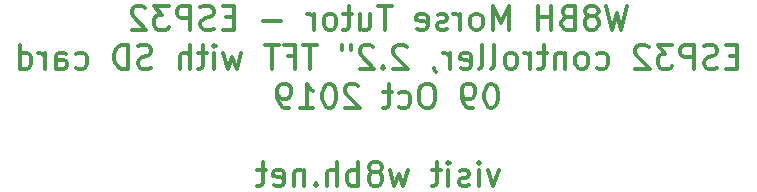
<source format=gbr>
G04 #@! TF.GenerationSoftware,KiCad,Pcbnew,(5.1.4)-1*
G04 #@! TF.CreationDate,2019-10-09T17:37:27-04:00*
G04 #@! TF.ProjectId,MorseTutor3,4d6f7273-6554-4757-946f-72332e6b6963,rev?*
G04 #@! TF.SameCoordinates,Original*
G04 #@! TF.FileFunction,Legend,Bot*
G04 #@! TF.FilePolarity,Positive*
%FSLAX46Y46*%
G04 Gerber Fmt 4.6, Leading zero omitted, Abs format (unit mm)*
G04 Created by KiCad (PCBNEW (5.1.4)-1) date 2019-10-09 17:37:27*
%MOMM*%
%LPD*%
G04 APERTURE LIST*
%ADD10C,0.300000*%
G04 APERTURE END LIST*
D10*
X124500000Y-37304761D02*
X124023809Y-39304761D01*
X123642857Y-37876190D01*
X123261904Y-39304761D01*
X122785714Y-37304761D01*
X121738095Y-38161904D02*
X121928571Y-38066666D01*
X122023809Y-37971428D01*
X122119047Y-37780952D01*
X122119047Y-37685714D01*
X122023809Y-37495238D01*
X121928571Y-37400000D01*
X121738095Y-37304761D01*
X121357142Y-37304761D01*
X121166666Y-37400000D01*
X121071428Y-37495238D01*
X120976190Y-37685714D01*
X120976190Y-37780952D01*
X121071428Y-37971428D01*
X121166666Y-38066666D01*
X121357142Y-38161904D01*
X121738095Y-38161904D01*
X121928571Y-38257142D01*
X122023809Y-38352380D01*
X122119047Y-38542857D01*
X122119047Y-38923809D01*
X122023809Y-39114285D01*
X121928571Y-39209523D01*
X121738095Y-39304761D01*
X121357142Y-39304761D01*
X121166666Y-39209523D01*
X121071428Y-39114285D01*
X120976190Y-38923809D01*
X120976190Y-38542857D01*
X121071428Y-38352380D01*
X121166666Y-38257142D01*
X121357142Y-38161904D01*
X119452380Y-38257142D02*
X119166666Y-38352380D01*
X119071428Y-38447619D01*
X118976190Y-38638095D01*
X118976190Y-38923809D01*
X119071428Y-39114285D01*
X119166666Y-39209523D01*
X119357142Y-39304761D01*
X120119047Y-39304761D01*
X120119047Y-37304761D01*
X119452380Y-37304761D01*
X119261904Y-37400000D01*
X119166666Y-37495238D01*
X119071428Y-37685714D01*
X119071428Y-37876190D01*
X119166666Y-38066666D01*
X119261904Y-38161904D01*
X119452380Y-38257142D01*
X120119047Y-38257142D01*
X118119047Y-39304761D02*
X118119047Y-37304761D01*
X118119047Y-38257142D02*
X116976190Y-38257142D01*
X116976190Y-39304761D02*
X116976190Y-37304761D01*
X114500000Y-39304761D02*
X114500000Y-37304761D01*
X113833333Y-38733333D01*
X113166666Y-37304761D01*
X113166666Y-39304761D01*
X111928571Y-39304761D02*
X112119047Y-39209523D01*
X112214285Y-39114285D01*
X112309523Y-38923809D01*
X112309523Y-38352380D01*
X112214285Y-38161904D01*
X112119047Y-38066666D01*
X111928571Y-37971428D01*
X111642857Y-37971428D01*
X111452380Y-38066666D01*
X111357142Y-38161904D01*
X111261904Y-38352380D01*
X111261904Y-38923809D01*
X111357142Y-39114285D01*
X111452380Y-39209523D01*
X111642857Y-39304761D01*
X111928571Y-39304761D01*
X110404761Y-39304761D02*
X110404761Y-37971428D01*
X110404761Y-38352380D02*
X110309523Y-38161904D01*
X110214285Y-38066666D01*
X110023809Y-37971428D01*
X109833333Y-37971428D01*
X109261904Y-39209523D02*
X109071428Y-39304761D01*
X108690476Y-39304761D01*
X108500000Y-39209523D01*
X108404761Y-39019047D01*
X108404761Y-38923809D01*
X108500000Y-38733333D01*
X108690476Y-38638095D01*
X108976190Y-38638095D01*
X109166666Y-38542857D01*
X109261904Y-38352380D01*
X109261904Y-38257142D01*
X109166666Y-38066666D01*
X108976190Y-37971428D01*
X108690476Y-37971428D01*
X108500000Y-38066666D01*
X106785714Y-39209523D02*
X106976190Y-39304761D01*
X107357142Y-39304761D01*
X107547619Y-39209523D01*
X107642857Y-39019047D01*
X107642857Y-38257142D01*
X107547619Y-38066666D01*
X107357142Y-37971428D01*
X106976190Y-37971428D01*
X106785714Y-38066666D01*
X106690476Y-38257142D01*
X106690476Y-38447619D01*
X107642857Y-38638095D01*
X104595238Y-37304761D02*
X103452380Y-37304761D01*
X104023809Y-39304761D02*
X104023809Y-37304761D01*
X101928571Y-37971428D02*
X101928571Y-39304761D01*
X102785714Y-37971428D02*
X102785714Y-39019047D01*
X102690476Y-39209523D01*
X102500000Y-39304761D01*
X102214285Y-39304761D01*
X102023809Y-39209523D01*
X101928571Y-39114285D01*
X101261904Y-37971428D02*
X100500000Y-37971428D01*
X100976190Y-37304761D02*
X100976190Y-39019047D01*
X100880952Y-39209523D01*
X100690476Y-39304761D01*
X100500000Y-39304761D01*
X99547619Y-39304761D02*
X99738095Y-39209523D01*
X99833333Y-39114285D01*
X99928571Y-38923809D01*
X99928571Y-38352380D01*
X99833333Y-38161904D01*
X99738095Y-38066666D01*
X99547619Y-37971428D01*
X99261904Y-37971428D01*
X99071428Y-38066666D01*
X98976190Y-38161904D01*
X98880952Y-38352380D01*
X98880952Y-38923809D01*
X98976190Y-39114285D01*
X99071428Y-39209523D01*
X99261904Y-39304761D01*
X99547619Y-39304761D01*
X98023809Y-39304761D02*
X98023809Y-37971428D01*
X98023809Y-38352380D02*
X97928571Y-38161904D01*
X97833333Y-38066666D01*
X97642857Y-37971428D01*
X97452380Y-37971428D01*
X95261904Y-38542857D02*
X93738095Y-38542857D01*
X91261904Y-38257142D02*
X90595238Y-38257142D01*
X90309523Y-39304761D02*
X91261904Y-39304761D01*
X91261904Y-37304761D01*
X90309523Y-37304761D01*
X89547619Y-39209523D02*
X89261904Y-39304761D01*
X88785714Y-39304761D01*
X88595238Y-39209523D01*
X88500000Y-39114285D01*
X88404761Y-38923809D01*
X88404761Y-38733333D01*
X88500000Y-38542857D01*
X88595238Y-38447619D01*
X88785714Y-38352380D01*
X89166666Y-38257142D01*
X89357142Y-38161904D01*
X89452380Y-38066666D01*
X89547619Y-37876190D01*
X89547619Y-37685714D01*
X89452380Y-37495238D01*
X89357142Y-37400000D01*
X89166666Y-37304761D01*
X88690476Y-37304761D01*
X88404761Y-37400000D01*
X87547619Y-39304761D02*
X87547619Y-37304761D01*
X86785714Y-37304761D01*
X86595238Y-37400000D01*
X86500000Y-37495238D01*
X86404761Y-37685714D01*
X86404761Y-37971428D01*
X86500000Y-38161904D01*
X86595238Y-38257142D01*
X86785714Y-38352380D01*
X87547619Y-38352380D01*
X85738095Y-37304761D02*
X84500000Y-37304761D01*
X85166666Y-38066666D01*
X84880952Y-38066666D01*
X84690476Y-38161904D01*
X84595238Y-38257142D01*
X84500000Y-38447619D01*
X84500000Y-38923809D01*
X84595238Y-39114285D01*
X84690476Y-39209523D01*
X84880952Y-39304761D01*
X85452380Y-39304761D01*
X85642857Y-39209523D01*
X85738095Y-39114285D01*
X83738095Y-37495238D02*
X83642857Y-37400000D01*
X83452380Y-37304761D01*
X82976190Y-37304761D01*
X82785714Y-37400000D01*
X82690476Y-37495238D01*
X82595238Y-37685714D01*
X82595238Y-37876190D01*
X82690476Y-38161904D01*
X83833333Y-39304761D01*
X82595238Y-39304761D01*
X133880952Y-41557142D02*
X133214285Y-41557142D01*
X132928571Y-42604761D02*
X133880952Y-42604761D01*
X133880952Y-40604761D01*
X132928571Y-40604761D01*
X132166666Y-42509523D02*
X131880952Y-42604761D01*
X131404761Y-42604761D01*
X131214285Y-42509523D01*
X131119047Y-42414285D01*
X131023809Y-42223809D01*
X131023809Y-42033333D01*
X131119047Y-41842857D01*
X131214285Y-41747619D01*
X131404761Y-41652380D01*
X131785714Y-41557142D01*
X131976190Y-41461904D01*
X132071428Y-41366666D01*
X132166666Y-41176190D01*
X132166666Y-40985714D01*
X132071428Y-40795238D01*
X131976190Y-40700000D01*
X131785714Y-40604761D01*
X131309523Y-40604761D01*
X131023809Y-40700000D01*
X130166666Y-42604761D02*
X130166666Y-40604761D01*
X129404761Y-40604761D01*
X129214285Y-40700000D01*
X129119047Y-40795238D01*
X129023809Y-40985714D01*
X129023809Y-41271428D01*
X129119047Y-41461904D01*
X129214285Y-41557142D01*
X129404761Y-41652380D01*
X130166666Y-41652380D01*
X128357142Y-40604761D02*
X127119047Y-40604761D01*
X127785714Y-41366666D01*
X127500000Y-41366666D01*
X127309523Y-41461904D01*
X127214285Y-41557142D01*
X127119047Y-41747619D01*
X127119047Y-42223809D01*
X127214285Y-42414285D01*
X127309523Y-42509523D01*
X127500000Y-42604761D01*
X128071428Y-42604761D01*
X128261904Y-42509523D01*
X128357142Y-42414285D01*
X126357142Y-40795238D02*
X126261904Y-40700000D01*
X126071428Y-40604761D01*
X125595238Y-40604761D01*
X125404761Y-40700000D01*
X125309523Y-40795238D01*
X125214285Y-40985714D01*
X125214285Y-41176190D01*
X125309523Y-41461904D01*
X126452380Y-42604761D01*
X125214285Y-42604761D01*
X121976190Y-42509523D02*
X122166666Y-42604761D01*
X122547619Y-42604761D01*
X122738095Y-42509523D01*
X122833333Y-42414285D01*
X122928571Y-42223809D01*
X122928571Y-41652380D01*
X122833333Y-41461904D01*
X122738095Y-41366666D01*
X122547619Y-41271428D01*
X122166666Y-41271428D01*
X121976190Y-41366666D01*
X120833333Y-42604761D02*
X121023809Y-42509523D01*
X121119047Y-42414285D01*
X121214285Y-42223809D01*
X121214285Y-41652380D01*
X121119047Y-41461904D01*
X121023809Y-41366666D01*
X120833333Y-41271428D01*
X120547619Y-41271428D01*
X120357142Y-41366666D01*
X120261904Y-41461904D01*
X120166666Y-41652380D01*
X120166666Y-42223809D01*
X120261904Y-42414285D01*
X120357142Y-42509523D01*
X120547619Y-42604761D01*
X120833333Y-42604761D01*
X119309523Y-41271428D02*
X119309523Y-42604761D01*
X119309523Y-41461904D02*
X119214285Y-41366666D01*
X119023809Y-41271428D01*
X118738095Y-41271428D01*
X118547619Y-41366666D01*
X118452380Y-41557142D01*
X118452380Y-42604761D01*
X117785714Y-41271428D02*
X117023809Y-41271428D01*
X117500000Y-40604761D02*
X117500000Y-42319047D01*
X117404761Y-42509523D01*
X117214285Y-42604761D01*
X117023809Y-42604761D01*
X116357142Y-42604761D02*
X116357142Y-41271428D01*
X116357142Y-41652380D02*
X116261904Y-41461904D01*
X116166666Y-41366666D01*
X115976190Y-41271428D01*
X115785714Y-41271428D01*
X114833333Y-42604761D02*
X115023809Y-42509523D01*
X115119047Y-42414285D01*
X115214285Y-42223809D01*
X115214285Y-41652380D01*
X115119047Y-41461904D01*
X115023809Y-41366666D01*
X114833333Y-41271428D01*
X114547619Y-41271428D01*
X114357142Y-41366666D01*
X114261904Y-41461904D01*
X114166666Y-41652380D01*
X114166666Y-42223809D01*
X114261904Y-42414285D01*
X114357142Y-42509523D01*
X114547619Y-42604761D01*
X114833333Y-42604761D01*
X113023809Y-42604761D02*
X113214285Y-42509523D01*
X113309523Y-42319047D01*
X113309523Y-40604761D01*
X111976190Y-42604761D02*
X112166666Y-42509523D01*
X112261904Y-42319047D01*
X112261904Y-40604761D01*
X110452380Y-42509523D02*
X110642857Y-42604761D01*
X111023809Y-42604761D01*
X111214285Y-42509523D01*
X111309523Y-42319047D01*
X111309523Y-41557142D01*
X111214285Y-41366666D01*
X111023809Y-41271428D01*
X110642857Y-41271428D01*
X110452380Y-41366666D01*
X110357142Y-41557142D01*
X110357142Y-41747619D01*
X111309523Y-41938095D01*
X109500000Y-42604761D02*
X109500000Y-41271428D01*
X109500000Y-41652380D02*
X109404761Y-41461904D01*
X109309523Y-41366666D01*
X109119047Y-41271428D01*
X108928571Y-41271428D01*
X108166666Y-42509523D02*
X108166666Y-42604761D01*
X108261904Y-42795238D01*
X108357142Y-42890476D01*
X105880952Y-40795238D02*
X105785714Y-40700000D01*
X105595238Y-40604761D01*
X105119047Y-40604761D01*
X104928571Y-40700000D01*
X104833333Y-40795238D01*
X104738095Y-40985714D01*
X104738095Y-41176190D01*
X104833333Y-41461904D01*
X105976190Y-42604761D01*
X104738095Y-42604761D01*
X103880952Y-42414285D02*
X103785714Y-42509523D01*
X103880952Y-42604761D01*
X103976190Y-42509523D01*
X103880952Y-42414285D01*
X103880952Y-42604761D01*
X103023809Y-40795238D02*
X102928571Y-40700000D01*
X102738095Y-40604761D01*
X102261904Y-40604761D01*
X102071428Y-40700000D01*
X101976190Y-40795238D01*
X101880952Y-40985714D01*
X101880952Y-41176190D01*
X101976190Y-41461904D01*
X103119047Y-42604761D01*
X101880952Y-42604761D01*
X101119047Y-40604761D02*
X101119047Y-40985714D01*
X100357142Y-40604761D02*
X100357142Y-40985714D01*
X98261904Y-40604761D02*
X97119047Y-40604761D01*
X97690476Y-42604761D02*
X97690476Y-40604761D01*
X95785714Y-41557142D02*
X96452380Y-41557142D01*
X96452380Y-42604761D02*
X96452380Y-40604761D01*
X95500000Y-40604761D01*
X95023809Y-40604761D02*
X93880952Y-40604761D01*
X94452380Y-42604761D02*
X94452380Y-40604761D01*
X91880952Y-41271428D02*
X91500000Y-42604761D01*
X91119047Y-41652380D01*
X90738095Y-42604761D01*
X90357142Y-41271428D01*
X89595238Y-42604761D02*
X89595238Y-41271428D01*
X89595238Y-40604761D02*
X89690476Y-40700000D01*
X89595238Y-40795238D01*
X89500000Y-40700000D01*
X89595238Y-40604761D01*
X89595238Y-40795238D01*
X88928571Y-41271428D02*
X88166666Y-41271428D01*
X88642857Y-40604761D02*
X88642857Y-42319047D01*
X88547619Y-42509523D01*
X88357142Y-42604761D01*
X88166666Y-42604761D01*
X87500000Y-42604761D02*
X87500000Y-40604761D01*
X86642857Y-42604761D02*
X86642857Y-41557142D01*
X86738095Y-41366666D01*
X86928571Y-41271428D01*
X87214285Y-41271428D01*
X87404761Y-41366666D01*
X87500000Y-41461904D01*
X84261904Y-42509523D02*
X83976190Y-42604761D01*
X83500000Y-42604761D01*
X83309523Y-42509523D01*
X83214285Y-42414285D01*
X83119047Y-42223809D01*
X83119047Y-42033333D01*
X83214285Y-41842857D01*
X83309523Y-41747619D01*
X83500000Y-41652380D01*
X83880952Y-41557142D01*
X84071428Y-41461904D01*
X84166666Y-41366666D01*
X84261904Y-41176190D01*
X84261904Y-40985714D01*
X84166666Y-40795238D01*
X84071428Y-40700000D01*
X83880952Y-40604761D01*
X83404761Y-40604761D01*
X83119047Y-40700000D01*
X82261904Y-42604761D02*
X82261904Y-40604761D01*
X81785714Y-40604761D01*
X81500000Y-40700000D01*
X81309523Y-40890476D01*
X81214285Y-41080952D01*
X81119047Y-41461904D01*
X81119047Y-41747619D01*
X81214285Y-42128571D01*
X81309523Y-42319047D01*
X81500000Y-42509523D01*
X81785714Y-42604761D01*
X82261904Y-42604761D01*
X77880952Y-42509523D02*
X78071428Y-42604761D01*
X78452380Y-42604761D01*
X78642857Y-42509523D01*
X78738095Y-42414285D01*
X78833333Y-42223809D01*
X78833333Y-41652380D01*
X78738095Y-41461904D01*
X78642857Y-41366666D01*
X78452380Y-41271428D01*
X78071428Y-41271428D01*
X77880952Y-41366666D01*
X76166666Y-42604761D02*
X76166666Y-41557142D01*
X76261904Y-41366666D01*
X76452380Y-41271428D01*
X76833333Y-41271428D01*
X77023809Y-41366666D01*
X76166666Y-42509523D02*
X76357142Y-42604761D01*
X76833333Y-42604761D01*
X77023809Y-42509523D01*
X77119047Y-42319047D01*
X77119047Y-42128571D01*
X77023809Y-41938095D01*
X76833333Y-41842857D01*
X76357142Y-41842857D01*
X76166666Y-41747619D01*
X75214285Y-42604761D02*
X75214285Y-41271428D01*
X75214285Y-41652380D02*
X75119047Y-41461904D01*
X75023809Y-41366666D01*
X74833333Y-41271428D01*
X74642857Y-41271428D01*
X73119047Y-42604761D02*
X73119047Y-40604761D01*
X73119047Y-42509523D02*
X73309523Y-42604761D01*
X73690476Y-42604761D01*
X73880952Y-42509523D01*
X73976190Y-42414285D01*
X74071428Y-42223809D01*
X74071428Y-41652380D01*
X73976190Y-41461904D01*
X73880952Y-41366666D01*
X73690476Y-41271428D01*
X73309523Y-41271428D01*
X73119047Y-41366666D01*
X113119047Y-43904761D02*
X112928571Y-43904761D01*
X112738095Y-44000000D01*
X112642857Y-44095238D01*
X112547619Y-44285714D01*
X112452380Y-44666666D01*
X112452380Y-45142857D01*
X112547619Y-45523809D01*
X112642857Y-45714285D01*
X112738095Y-45809523D01*
X112928571Y-45904761D01*
X113119047Y-45904761D01*
X113309523Y-45809523D01*
X113404761Y-45714285D01*
X113500000Y-45523809D01*
X113595238Y-45142857D01*
X113595238Y-44666666D01*
X113500000Y-44285714D01*
X113404761Y-44095238D01*
X113309523Y-44000000D01*
X113119047Y-43904761D01*
X111500000Y-45904761D02*
X111119047Y-45904761D01*
X110928571Y-45809523D01*
X110833333Y-45714285D01*
X110642857Y-45428571D01*
X110547619Y-45047619D01*
X110547619Y-44285714D01*
X110642857Y-44095238D01*
X110738095Y-44000000D01*
X110928571Y-43904761D01*
X111309523Y-43904761D01*
X111500000Y-44000000D01*
X111595238Y-44095238D01*
X111690476Y-44285714D01*
X111690476Y-44761904D01*
X111595238Y-44952380D01*
X111500000Y-45047619D01*
X111309523Y-45142857D01*
X110928571Y-45142857D01*
X110738095Y-45047619D01*
X110642857Y-44952380D01*
X110547619Y-44761904D01*
X107785714Y-43904761D02*
X107404761Y-43904761D01*
X107214285Y-44000000D01*
X107023809Y-44190476D01*
X106928571Y-44571428D01*
X106928571Y-45238095D01*
X107023809Y-45619047D01*
X107214285Y-45809523D01*
X107404761Y-45904761D01*
X107785714Y-45904761D01*
X107976190Y-45809523D01*
X108166666Y-45619047D01*
X108261904Y-45238095D01*
X108261904Y-44571428D01*
X108166666Y-44190476D01*
X107976190Y-44000000D01*
X107785714Y-43904761D01*
X105214285Y-45809523D02*
X105404761Y-45904761D01*
X105785714Y-45904761D01*
X105976190Y-45809523D01*
X106071428Y-45714285D01*
X106166666Y-45523809D01*
X106166666Y-44952380D01*
X106071428Y-44761904D01*
X105976190Y-44666666D01*
X105785714Y-44571428D01*
X105404761Y-44571428D01*
X105214285Y-44666666D01*
X104642857Y-44571428D02*
X103880952Y-44571428D01*
X104357142Y-43904761D02*
X104357142Y-45619047D01*
X104261904Y-45809523D01*
X104071428Y-45904761D01*
X103880952Y-45904761D01*
X101785714Y-44095238D02*
X101690476Y-44000000D01*
X101500000Y-43904761D01*
X101023809Y-43904761D01*
X100833333Y-44000000D01*
X100738095Y-44095238D01*
X100642857Y-44285714D01*
X100642857Y-44476190D01*
X100738095Y-44761904D01*
X101880952Y-45904761D01*
X100642857Y-45904761D01*
X99404761Y-43904761D02*
X99214285Y-43904761D01*
X99023809Y-44000000D01*
X98928571Y-44095238D01*
X98833333Y-44285714D01*
X98738095Y-44666666D01*
X98738095Y-45142857D01*
X98833333Y-45523809D01*
X98928571Y-45714285D01*
X99023809Y-45809523D01*
X99214285Y-45904761D01*
X99404761Y-45904761D01*
X99595238Y-45809523D01*
X99690476Y-45714285D01*
X99785714Y-45523809D01*
X99880952Y-45142857D01*
X99880952Y-44666666D01*
X99785714Y-44285714D01*
X99690476Y-44095238D01*
X99595238Y-44000000D01*
X99404761Y-43904761D01*
X96833333Y-45904761D02*
X97976190Y-45904761D01*
X97404761Y-45904761D02*
X97404761Y-43904761D01*
X97595238Y-44190476D01*
X97785714Y-44380952D01*
X97976190Y-44476190D01*
X95880952Y-45904761D02*
X95500000Y-45904761D01*
X95309523Y-45809523D01*
X95214285Y-45714285D01*
X95023809Y-45428571D01*
X94928571Y-45047619D01*
X94928571Y-44285714D01*
X95023809Y-44095238D01*
X95119047Y-44000000D01*
X95309523Y-43904761D01*
X95690476Y-43904761D01*
X95880952Y-44000000D01*
X95976190Y-44095238D01*
X96071428Y-44285714D01*
X96071428Y-44761904D01*
X95976190Y-44952380D01*
X95880952Y-45047619D01*
X95690476Y-45142857D01*
X95309523Y-45142857D01*
X95119047Y-45047619D01*
X95023809Y-44952380D01*
X94928571Y-44761904D01*
X113690476Y-51171428D02*
X113214285Y-52504761D01*
X112738095Y-51171428D01*
X111976190Y-52504761D02*
X111976190Y-51171428D01*
X111976190Y-50504761D02*
X112071428Y-50600000D01*
X111976190Y-50695238D01*
X111880952Y-50600000D01*
X111976190Y-50504761D01*
X111976190Y-50695238D01*
X111119047Y-52409523D02*
X110928571Y-52504761D01*
X110547619Y-52504761D01*
X110357142Y-52409523D01*
X110261904Y-52219047D01*
X110261904Y-52123809D01*
X110357142Y-51933333D01*
X110547619Y-51838095D01*
X110833333Y-51838095D01*
X111023809Y-51742857D01*
X111119047Y-51552380D01*
X111119047Y-51457142D01*
X111023809Y-51266666D01*
X110833333Y-51171428D01*
X110547619Y-51171428D01*
X110357142Y-51266666D01*
X109404761Y-52504761D02*
X109404761Y-51171428D01*
X109404761Y-50504761D02*
X109500000Y-50600000D01*
X109404761Y-50695238D01*
X109309523Y-50600000D01*
X109404761Y-50504761D01*
X109404761Y-50695238D01*
X108738095Y-51171428D02*
X107976190Y-51171428D01*
X108452380Y-50504761D02*
X108452380Y-52219047D01*
X108357142Y-52409523D01*
X108166666Y-52504761D01*
X107976190Y-52504761D01*
X105976190Y-51171428D02*
X105595238Y-52504761D01*
X105214285Y-51552380D01*
X104833333Y-52504761D01*
X104452380Y-51171428D01*
X103404761Y-51361904D02*
X103595238Y-51266666D01*
X103690476Y-51171428D01*
X103785714Y-50980952D01*
X103785714Y-50885714D01*
X103690476Y-50695238D01*
X103595238Y-50600000D01*
X103404761Y-50504761D01*
X103023809Y-50504761D01*
X102833333Y-50600000D01*
X102738095Y-50695238D01*
X102642857Y-50885714D01*
X102642857Y-50980952D01*
X102738095Y-51171428D01*
X102833333Y-51266666D01*
X103023809Y-51361904D01*
X103404761Y-51361904D01*
X103595238Y-51457142D01*
X103690476Y-51552380D01*
X103785714Y-51742857D01*
X103785714Y-52123809D01*
X103690476Y-52314285D01*
X103595238Y-52409523D01*
X103404761Y-52504761D01*
X103023809Y-52504761D01*
X102833333Y-52409523D01*
X102738095Y-52314285D01*
X102642857Y-52123809D01*
X102642857Y-51742857D01*
X102738095Y-51552380D01*
X102833333Y-51457142D01*
X103023809Y-51361904D01*
X101785714Y-52504761D02*
X101785714Y-50504761D01*
X101785714Y-51266666D02*
X101595238Y-51171428D01*
X101214285Y-51171428D01*
X101023809Y-51266666D01*
X100928571Y-51361904D01*
X100833333Y-51552380D01*
X100833333Y-52123809D01*
X100928571Y-52314285D01*
X101023809Y-52409523D01*
X101214285Y-52504761D01*
X101595238Y-52504761D01*
X101785714Y-52409523D01*
X99976190Y-52504761D02*
X99976190Y-50504761D01*
X99119047Y-52504761D02*
X99119047Y-51457142D01*
X99214285Y-51266666D01*
X99404761Y-51171428D01*
X99690476Y-51171428D01*
X99880952Y-51266666D01*
X99976190Y-51361904D01*
X98166666Y-52314285D02*
X98071428Y-52409523D01*
X98166666Y-52504761D01*
X98261904Y-52409523D01*
X98166666Y-52314285D01*
X98166666Y-52504761D01*
X97214285Y-51171428D02*
X97214285Y-52504761D01*
X97214285Y-51361904D02*
X97119047Y-51266666D01*
X96928571Y-51171428D01*
X96642857Y-51171428D01*
X96452380Y-51266666D01*
X96357142Y-51457142D01*
X96357142Y-52504761D01*
X94642857Y-52409523D02*
X94833333Y-52504761D01*
X95214285Y-52504761D01*
X95404761Y-52409523D01*
X95500000Y-52219047D01*
X95500000Y-51457142D01*
X95404761Y-51266666D01*
X95214285Y-51171428D01*
X94833333Y-51171428D01*
X94642857Y-51266666D01*
X94547619Y-51457142D01*
X94547619Y-51647619D01*
X95500000Y-51838095D01*
X93976190Y-51171428D02*
X93214285Y-51171428D01*
X93690476Y-50504761D02*
X93690476Y-52219047D01*
X93595238Y-52409523D01*
X93404761Y-52504761D01*
X93214285Y-52504761D01*
M02*

</source>
